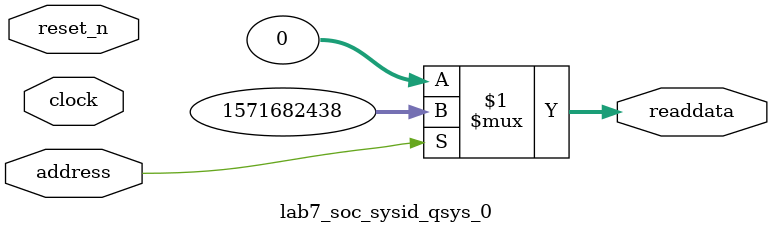
<source format=v>



// synthesis translate_off
`timescale 1ns / 1ps
// synthesis translate_on

// turn off superfluous verilog processor warnings 
// altera message_level Level1 
// altera message_off 10034 10035 10036 10037 10230 10240 10030 

module lab7_soc_sysid_qsys_0 (
               // inputs:
                address,
                clock,
                reset_n,

               // outputs:
                readdata
             )
;

  output  [ 31: 0] readdata;
  input            address;
  input            clock;
  input            reset_n;

  wire    [ 31: 0] readdata;
  //control_slave, which is an e_avalon_slave
  assign readdata = address ? 1571682438 : 0;

endmodule



</source>
